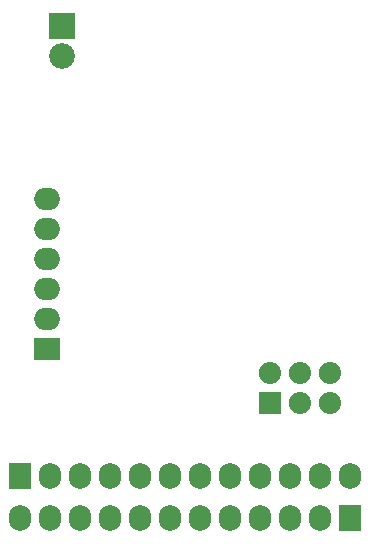
<source format=gbs>
G04 #@! TF.FileFunction,Soldermask,Bot*
%FSLAX46Y46*%
G04 Gerber Fmt 4.6, Leading zero omitted, Abs format (unit mm)*
G04 Created by KiCad (PCBNEW 4.0.3+e1-6302~38~ubuntu14.04.1-stable) date Wed Sep 21 12:37:12 2016*
%MOMM*%
%LPD*%
G01*
G04 APERTURE LIST*
%ADD10C,0.100000*%
%ADD11R,1.879600X2.184400*%
%ADD12O,1.879600X2.184400*%
%ADD13R,1.879600X1.879600*%
%ADD14O,1.879600X1.879600*%
%ADD15R,2.184400X1.879600*%
%ADD16O,2.184400X1.879600*%
%ADD17R,2.184400X2.184400*%
%ADD18O,2.184400X2.184400*%
G04 APERTURE END LIST*
D10*
D11*
X109728000Y-127762000D03*
D12*
X112268000Y-127762000D03*
X114808000Y-127762000D03*
X117348000Y-127762000D03*
X119888000Y-127762000D03*
X122428000Y-127762000D03*
X124968000Y-127762000D03*
X127508000Y-127762000D03*
X130048000Y-127762000D03*
X132588000Y-127762000D03*
X135128000Y-127762000D03*
X137668000Y-127762000D03*
D13*
X130937000Y-121539000D03*
D14*
X130937000Y-118999000D03*
X133477000Y-121539000D03*
X133477000Y-118999000D03*
X136017000Y-121539000D03*
X136017000Y-118999000D03*
D15*
X111988600Y-116992400D03*
D16*
X111988600Y-114452400D03*
X111988600Y-111912400D03*
X111988600Y-109372400D03*
X111988600Y-106832400D03*
X111988600Y-104292400D03*
D17*
X113284000Y-89662000D03*
D18*
X113284000Y-92202000D03*
D11*
X137668000Y-131318000D03*
D12*
X135128000Y-131318000D03*
X132588000Y-131318000D03*
X130048000Y-131318000D03*
X127508000Y-131318000D03*
X124968000Y-131318000D03*
X122428000Y-131318000D03*
X119888000Y-131318000D03*
X117348000Y-131318000D03*
X114808000Y-131318000D03*
X112268000Y-131318000D03*
X109728000Y-131318000D03*
M02*

</source>
